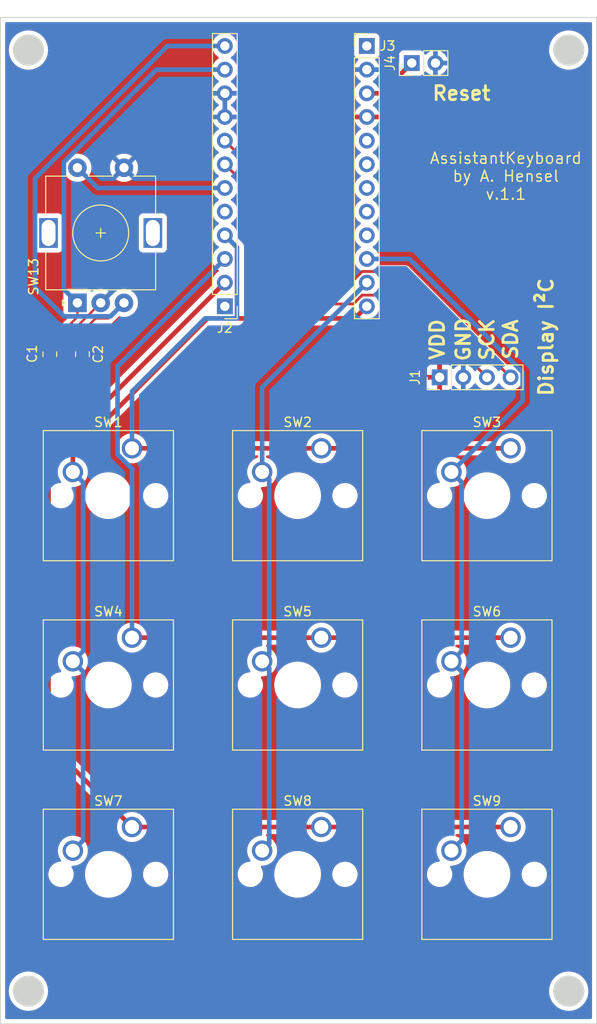
<source format=kicad_pcb>
(kicad_pcb (version 20211014) (generator pcbnew)
  (layers (0 "F.Cu" signal) (31 "B.Cu" signal) (34 "B.Paste" user) (35 "F.Paste" user) (36 "B.SilkS" user "B.Silkscreen") (37 "F.SilkS" user "F.Silkscreen") (38 "B.Mask" user) (39 "F.Mask" user) (44 "Edge.Cuts" user))
  (net 0 "")
  (net 1 "VCC")
  (net 2 "GND")
  (net 3 "SCK")
  (net 4 "SDA")
  (net 6 "D8")
  (net 7 "D7")
  (net 8 "D6")
  (net 10 "D4")
  (net 11 "D0")
  (net 12 "D1")
  (net 14 "Net-(J3-Pad3)")
  (net 20 "D14")
  (net 21 "D16")
  (net 22 "D10")
  (footprint "Button_Switch_Keyboard:SW_Cherry_MX_1.00u_PCB" (layer "F.Cu") (at 91.44 119.38)
    (fp_text reference "SW8" (at -2.54 -2.794) (layer "F.SilkS"))
    (fp_text value "SW_Push")
    (fp_line (start -9.525 12.065) (end -9.525 -1.905) (layer "F.SilkS") (width 0.12))
    (fp_line (start 4.445 -1.905) (end 4.445 12.065) (layer "F.SilkS") (width 0.12))
    (fp_line (start 4.445 12.065) (end -9.525 12.065) (layer "F.SilkS") (width 0.12))
    (fp_line (start -9.525 -1.905) (end 4.445 -1.905) (layer "F.SilkS") (width 0.12))
    (pad "" np_thru_hole circle (at -2.54 5.08) (size 4 4) (drill 4) (layers *.Cu *.Mask))
    (pad "" np_thru_hole circle (at -7.62 5.08) (size 1.7 1.7) (drill 1.7) (layers *.Cu *.Mask))
    (pad "" np_thru_hole circle (at 2.54 5.08) (size 1.7 1.7) (drill 1.7) (layers *.Cu *.Mask))
    (pad "1" thru_hole circle (at 0 0) (size 2.2 2.2) (drill 1.5) (layers *.Cu *.Mask) (net 6 "D8"))
    (pad "2" thru_hole circle (at -6.35 2.54) (size 2.2 2.2) (drill 1.5) (layers *.Cu *.Mask) (net 21 "D16"))
  )
  (footprint "Button_Switch_Keyboard:SW_Cherry_MX_1.00u_PCB" (layer "F.Cu") (at 111.76 119.38)
    (fp_text reference "SW9" (at -2.54 -2.794) (layer "F.SilkS"))
    (fp_text value "SW_Push")
    (fp_line (start 4.445 12.065) (end -9.525 12.065) (layer "F.SilkS") (width 0.12))
    (fp_line (start -9.525 -1.905) (end 4.445 -1.905) (layer "F.SilkS") (width 0.12))
    (fp_line (start -9.525 12.065) (end -9.525 -1.905) (layer "F.SilkS") (width 0.12))
    (fp_line (start 4.445 -1.905) (end 4.445 12.065) (layer "F.SilkS") (width 0.12))
    (pad "" np_thru_hole circle (at -7.62 5.08) (size 1.7 1.7) (drill 1.7) (layers *.Cu *.Mask))
    (pad "" np_thru_hole circle (at -2.54 5.08) (size 4 4) (drill 4) (layers *.Cu *.Mask))
    (pad "" np_thru_hole circle (at 2.54 5.08) (size 1.7 1.7) (drill 1.7) (layers *.Cu *.Mask))
    (pad "1" thru_hole circle (at 0 0) (size 2.2 2.2) (drill 1.5) (layers *.Cu *.Mask) (net 6 "D8"))
    (pad "2" thru_hole circle (at -6.35 2.54) (size 2.2 2.2) (drill 1.5) (layers *.Cu *.Mask) (net 20 "D14"))
  )
  (footprint "Connector_PinHeader_2.54mm:PinHeader_1x12_P2.54mm_Vertical" (layer "F.Cu") (at 96.326 35.56)
    (fp_text reference "J3" (at 2.226 0) (layer "F.SilkS"))
    (fp_text value "Conn_01x12_Male")
    (fp_line (start -1.33 1.27) (end -1.33 29.27) (layer "F.SilkS") (width 0.12))
    (fp_line (start 1.33 1.27) (end 1.33 29.27) (layer "F.SilkS") (width 0.12))
    (fp_line (start -1.33 0) (end -1.33 -1.33) (layer "F.SilkS") (width 0.12))
    (fp_line (start -1.33 29.27) (end 1.33 29.27) (layer "F.SilkS") (width 0.12))
    (fp_line (start -1.33 -1.33) (end 0 -1.33) (layer "F.SilkS") (width 0.12))
    (fp_line (start -1.33 1.27) (end 1.33 1.27) (layer "F.SilkS") (width 0.12))
    (pad "1" thru_hole rect (at 0 0) (size 1.7 1.7) (drill 1) (layers *.Cu *.Mask))
    (pad "2" thru_hole oval (at 0 2.54) (size 1.7 1.7) (drill 1) (layers *.Cu *.Mask) (net 2 "GND"))
    (pad "3" thru_hole oval (at 0 5.08) (size 1.7 1.7) (drill 1) (layers *.Cu *.Mask) (net 14 "Net-(J3-Pad3)"))
    (pad "4" thru_hole oval (at 0 7.62) (size 1.7 1.7) (drill 1) (layers *.Cu *.Mask) (net 1 "VCC"))
    (pad "5" thru_hole oval (at 0 10.16) (size 1.7 1.7) (drill 1) (layers *.Cu *.Mask))
    (pad "6" thru_hole oval (at 0 12.7) (size 1.7 1.7) (drill 1) (layers *.Cu *.Mask))
    (pad "7" thru_hole oval (at 0 15.24) (size 1.7 1.7) (drill 1) (layers *.Cu *.Mask))
    (pad "8" thru_hole oval (at 0 17.78) (size 1.7 1.7) (drill 1) (layers *.Cu *.Mask))
    (pad "9" thru_hole oval (at 0 20.32) (size 1.7 1.7) (drill 1) (layers *.Cu *.Mask))
    (pad "10" thru_hole oval (at 0 22.86) (size 1.7 1.7) (drill 1) (layers *.Cu *.Mask) (net 20 "D14"))
    (pad "11" thru_hole oval (at 0 25.4) (size 1.7 1.7) (drill 1) (layers *.Cu *.Mask) (net 21 "D16"))
    (pad "12" thru_hole oval (at 0 27.94) (size 1.7 1.7) (drill 1) (layers *.Cu *.Mask) (net 22 "D10"))
  )
  (footprint "Button_Switch_Keyboard:SW_Cherry_MX_1.00u_PCB" (layer "F.Cu") (at 91.44 78.74)
    (fp_text reference "SW2" (at -2.54 -2.794) (layer "F.SilkS"))
    (fp_text value "SW_Push")
    (fp_line (start -9.525 -1.905) (end 4.445 -1.905) (layer "F.SilkS") (width 0.12))
    (fp_line (start 4.445 12.065) (end -9.525 12.065) (layer "F.SilkS") (width 0.12))
    (fp_line (start 4.445 -1.905) (end 4.445 12.065) (layer "F.SilkS") (width 0.12))
    (fp_line (start -9.525 12.065) (end -9.525 -1.905) (layer "F.SilkS") (width 0.12))
    (pad "" np_thru_hole circle (at -2.54 5.08) (size 4 4) (drill 4) (layers *.Cu *.Mask))
    (pad "" np_thru_hole circle (at -7.62 5.08) (size 1.7 1.7) (drill 1.7) (layers *.Cu *.Mask))
    (pad "" np_thru_hole circle (at 2.54 5.08) (size 1.7 1.7) (drill 1.7) (layers *.Cu *.Mask))
    (pad "1" thru_hole circle (at 0 0) (size 2.2 2.2) (drill 1.5) (layers *.Cu *.Mask) (net 8 "D6"))
    (pad "2" thru_hole circle (at -6.35 2.54) (size 2.2 2.2) (drill 1.5) (layers *.Cu *.Mask) (net 21 "D16"))
  )
  (footprint "Button_Switch_Keyboard:SW_Cherry_MX_1.00u_PCB" (layer "F.Cu") (at 71.12 119.38)
    (fp_text reference "SW7" (at -2.54 -2.794) (layer "F.SilkS"))
    (fp_text value "SW_Push")
    (fp_line (start 4.445 -1.905) (end 4.445 12.065) (layer "F.SilkS") (width 0.12))
    (fp_line (start 4.445 12.065) (end -9.525 12.065) (layer "F.SilkS") (width 0.12))
    (fp_line (start -9.525 12.065) (end -9.525 -1.905) (layer "F.SilkS") (width 0.12))
    (fp_line (start -9.525 -1.905) (end 4.445 -1.905) (layer "F.SilkS") (width 0.12))
    (pad "" np_thru_hole circle (at -7.62 5.08) (size 1.7 1.7) (drill 1.7) (layers *.Cu *.Mask))
    (pad "" np_thru_hole circle (at 2.54 5.08) (size 1.7 1.7) (drill 1.7) (layers *.Cu *.Mask))
    (pad "" np_thru_hole circle (at -2.54 5.08) (size 4 4) (drill 4) (layers *.Cu *.Mask))
    (pad "1" thru_hole circle (at 0 0) (size 2.2 2.2) (drill 1.5) (layers *.Cu *.Mask) (net 6 "D8"))
    (pad "2" thru_hole circle (at -6.35 2.54) (size 2.2 2.2) (drill 1.5) (layers *.Cu *.Mask) (net 22 "D10"))
  )
  (footprint "Button_Switch_Keyboard:SW_Cherry_MX_1.00u_PCB" (layer "F.Cu") (at 71.12 99.06)
    (fp_text reference "SW4" (at -2.54 -2.794) (layer "F.SilkS"))
    (fp_text value "SW_Push")
    (fp_line (start -9.525 -1.905) (end 4.445 -1.905) (layer "F.SilkS") (width 0.12))
    (fp_line (start 4.445 12.065) (end -9.525 12.065) (layer "F.SilkS") (width 0.12))
    (fp_line (start -9.525 12.065) (end -9.525 -1.905) (layer "F.SilkS") (width 0.12))
    (fp_line (start 4.445 -1.905) (end 4.445 12.065) (layer "F.SilkS") (width 0.12))
    (pad "" np_thru_hole circle (at -7.62 5.08) (size 1.7 1.7) (drill 1.7) (layers *.Cu *.Mask))
    (pad "" np_thru_hole circle (at 2.54 5.08) (size 1.7 1.7) (drill 1.7) (layers *.Cu *.Mask))
    (pad "" np_thru_hole circle (at -2.54 5.08) (size 4 4) (drill 4) (layers *.Cu *.Mask))
    (pad "1" thru_hole circle (at 0 0) (size 2.2 2.2) (drill 1.5) (layers *.Cu *.Mask) (net 7 "D7"))
    (pad "2" thru_hole circle (at -6.35 2.54) (size 2.2 2.2) (drill 1.5) (layers *.Cu *.Mask) (net 22 "D10"))
  )
  (footprint "Rotary_Encoder:RotaryEncoder_Alps_EC11E-Switch_Vertical_H20mm" (layer "F.Cu") (at 65.259466 63.13 90)
    (fp_text reference "SW13" (at 2.8 -4.7 90) (layer "F.SilkS"))
    (fp_text value "RotaryEncoder_Switch")
    (fp_line (start 13.6 6) (end 13.6 8.4) (layer "F.SilkS") (width 0.12))
    (fp_line (start 1.4 -3.4) (end 1.4 8.4) (layer "F.SilkS") (width 0.12))
    (fp_line (start 7 2.5) (end 8 2.5) (layer "F.SilkS") (width 0.12))
    (fp_line (start 5.5 -3.4) (end 1.4 -3.4) (layer "F.SilkS") (width 0.12))
    (fp_line (start 0 -1.3) (end -0.3 -1.6) (layer "F.SilkS") (width 0.12))
    (fp_line (start 13.6 8.4) (end 9.5 8.4) (layer "F.SilkS") (width 0.12))
    (fp_line (start 13.6 1.2) (end 13.6 3.8) (layer "F.SilkS") (width 0.12))
    (fp_line (start -0.3 -1.6) (end 0.3 -1.6) (layer "F.SilkS") (width 0.12))
    (fp_line (start 5.5 8.4) (end 1.4 8.4) (layer "F.SilkS") (width 0.12))
    (fp_line (start 7.5 2) (end 7.5 3) (layer "F.SilkS") (width 0.12))
    (fp_line (start 13.6 -3.4) (end 13.6 -1) (layer "F.SilkS") (width 0.12))
    (fp_line (start 0.3 -1.6) (end 0 -1.3) (layer "F.SilkS") (width 0.12))
    (fp_line (start 9.5 -3.4) (end 13.6 -3.4) (layer "F.SilkS") (width 0.12))
    (fp_circle (center 7.5 2.5) (end 10.5 2.5) (layer "F.SilkS") (width 0.12) (fill none))
    (pad "A" thru_hole rect (at 0 0 90) (size 2 2) (drill 1) (layers *.Cu *.Mask) (net 11 "D0"))
    (pad "B" thru_hole circle (at 0 5 90) (size 2 2) (drill 1) (layers *.Cu *.Mask) (net 12 "D1"))
    (pad "C" thru_hole circle (at 0 2.5 90) (size 2 2) (drill 1) (layers *.Cu *.Mask) (net 2 "GND"))
    (pad "MP" thru_hole rect (at 7.5 -3.1 90) (size 3.2 2) (drill oval 2.8 1.5) (layers *.Cu *.Mask))
    (pad "MP" thru_hole rect (at 7.5 8.1 90) (size 3.2 2) (drill oval 2.8 1.5) (layers *.Cu *.Mask))
    (pad "S1" thru_hole circle (at 14.5 5 90) (size 2 2) (drill 1) (layers *.Cu *.Mask) (net 2 "GND"))
    (pad "S2" thru_hole circle (at 14.5 0 90) (size 2 2) (drill 1) (layers *.Cu *.Mask) (net 10 "D4"))
  )
  (footprint "Connector_PinHeader_2.54mm:PinHeader_1x04_P2.54mm_Vertical" (layer "F.Cu") (at 104.14 71.12 90)
    (fp_text reference "J1" (at 0 -2.64 90) (layer "F.SilkS"))
    (fp_text value "Conn_01x04_Male")
    (fp_line (start -1.33 -1.33) (end 0 -1.33) (layer "F.SilkS") (width 0.12))
    (fp_line (start -1.33 1.27) (end 1.33 1.27) (layer "F.SilkS") (width 0.12))
    (fp_line (start -1.33 0) (end -1.33 -1.33) (layer "F.SilkS") (width 0.12))
    (fp_line (start 1.33 1.27) (end 1.33 8.95) (layer "F.SilkS") (width 0.12))
    (fp_line (start -1.33 1.27) (end -1.33 8.95) (layer "F.SilkS") (width 0.12))
    (fp_line (start -1.33 8.95) (end 1.33 8.95) (layer "F.SilkS") (width 0.12))
    (pad "1" thru_hole rect (at 0 0 90) (size 1.7 1.7) (drill 1) (layers *.Cu *.Mask) (net 1 "VCC"))
    (pad "2" thru_hole oval (at 0 2.54 90) (size 1.7 1.7) (drill 1) (layers *.Cu *.Mask) (net 2 "GND"))
    (pad "3" thru_hole oval (at 0 5.08 90) (size 1.7 1.7) (drill 1) (layers *.Cu *.Mask) (net 3 "SCK"))
    (pad "4" thru_hole oval (at 0 7.62 90) (size 1.7 1.7) (drill 1) (layers *.Cu *.Mask) (net 4 "SDA"))
  )
  (footprint "Capacitor_SMD:C_0805_2012Metric_Pad1.18x1.45mm_HandSolder" (layer "F.Cu") (at 62.3 68.6375 -90)
    (fp_text reference "C1" (at -0.0375 1.9 90) (layer "F.SilkS"))
    (fp_text value "10nF")
    (fp_line (start -0.261252 0.735) (end 0.261252 0.735) (layer "F.SilkS") (width 0.12))
    (fp_line (start -0.261252 -0.735) (end 0.261252 -0.735) (layer "F.SilkS") (width 0.12))
    (pad "1" smd roundrect (at -1.0375 0 270) (size 1.175 1.45) (layers "F.Cu" "F.Paste" "F.Mask") (roundrect_rratio 0.212766) (net 11 "D0"))
    (pad "2" smd roundrect (at 1.0375 0 270) (size 1.175 1.45) (layers "F.Cu" "F.Paste" "F.Mask") (roundrect_rratio 0.212766) (net 2 "GND"))
  )
  (footprint "Button_Switch_Keyboard:SW_Cherry_MX_1.00u_PCB" (layer "F.Cu") (at 111.76 99.06)
    (fp_text reference "SW6" (at -2.54 -2.794) (layer "F.SilkS"))
    (fp_text value "SW_Push")
    (fp_line (start -9.525 12.065) (end -9.525 -1.905) (layer "F.SilkS") (width 0.12))
    (fp_line (start 4.445 -1.905) (end 4.445 12.065) (layer "F.SilkS") (width 0.12))
    (fp_line (start 4.445 12.065) (end -9.525 12.065) (layer "F.SilkS") (width 0.12))
    (fp_line (start -9.525 -1.905) (end 4.445 -1.905) (layer "F.SilkS") (width 0.12))
    (pad "" np_thru_hole circle (at -2.54 5.08) (size 4 4) (drill 4) (layers *.Cu *.Mask))
    (pad "" np_thru_hole circle (at -7.62 5.08) (size 1.7 1.7) (drill 1.7) (layers *.Cu *.Mask))
    (pad "" np_thru_hole circle (at 2.54 5.08) (size 1.7 1.7) (drill 1.7) (layers *.Cu *.Mask))
    (pad "1" thru_hole circle (at 0 0) (size 2.2 2.2) (drill 1.5) (layers *.Cu *.Mask) (net 7 "D7"))
    (pad "2" thru_hole circle (at -6.35 2.54) (size 2.2 2.2) (drill 1.5) (layers *.Cu *.Mask) (net 20 "D14"))
  )
  (footprint "Button_Switch_Keyboard:SW_Cherry_MX_1.00u_PCB" (layer "F.Cu") (at 111.76 78.74)
    (fp_text reference "SW3" (at -2.54 -2.794) (layer "F.SilkS"))
    (fp_text value "SW_Push")
    (fp_line (start -9.525 -1.905) (end 4.445 -1.905) (layer "F.SilkS") (width 0.12))
    (fp_line (start 4.445 -1.905) (end 4.445 12.065) (layer "F.SilkS") (width 0.12))
    (fp_line (start -9.525 12.065) (end -9.525 -1.905) (layer "F.SilkS") (width 0.12))
    (fp_line (start 4.445 12.065) (end -9.525 12.065) (layer "F.SilkS") (width 0.12))
    (pad "" np_thru_hole circle (at 2.54 5.08) (size 1.7 1.7) (drill 1.7) (layers *.Cu *.Mask))
    (pad "" np_thru_hole circle (at -7.62 5.08) (size 1.7 1.7) (drill 1.7) (layers *.Cu *.Mask))
    (pad "" np_thru_hole circle (at -2.54 5.08) (size 4 4) (drill 4) (layers *.Cu *.Mask))
    (pad "1" thru_hole circle (at 0 0) (size 2.2 2.2) (drill 1.5) (layers *.Cu *.Mask) (net 8 "D6"))
    (pad "2" thru_hole circle (at -6.35 2.54) (size 2.2 2.2) (drill 1.5) (layers *.Cu *.Mask) (net 20 "D14"))
  )
  (footprint "Connector_PinHeader_2.54mm:PinHeader_1x12_P2.54mm_Vertical" (layer "F.Cu") (at 81.086 63.5 180)
    (fp_text reference "J2" (at 0 -2.33) (layer "F.SilkS"))
    (fp_text value "Conn_01x12_Male")
    (fp_line (start -1.33 1.27) (end -1.33 29.27) (layer "F.SilkS") (width 0.12))
    (fp_line (start -1.33 0) (end -1.33 -1.33) (layer "F.SilkS") (width 0.12))
    (fp_line (start -1.33 1.27) (end 1.33 1.27) (layer "F.SilkS") (width 0.12))
    (fp_line (start -1.33 29.27) (end 1.33 29.27) (layer "F.SilkS") (width 0.12))
    (fp_line (start -1.33 -1.33) (end 0 -1.33) (layer "F.SilkS") (width 0.12))
    (fp_line (start 1.33 1.27) (end 1.33 29.27) (layer "F.SilkS") (width 0.12))
    (pad "1" thru_hole rect (at 0 0 180) (size 1.7 1.7) (drill 1) (layers *.Cu *.Mask))
    (pad "2" thru_hole oval (at 0 2.54 180) (size 1.7 1.7) (drill 1) (layers *.Cu *.Mask) (net 6 "D8"))
    (pad "3" thru_hole oval (at 0 5.08 180) (size 1.7 1.7) (drill 1) (layers *.Cu *.Mask) (net 7 "D7"))
    (pad "4" thru_hole oval (at 0 7.62 180) (size 1.7 1.7) (drill 1) (layers *.Cu *.Mask) (net 8 "D6"))
    (pad "5" thru_hole oval (at 0 10.16 180) (size 1.7 1.7) (drill 1) (layers *.Cu *.Mask))
    (pad "6" thru_hole oval (at 0 12.7 180) (size 1.7 1.7) (drill 1) (layers *.Cu *.Mask) (net 10 "D4"))
    (pad "7" thru_hole oval (at 0 15.24 180) (size 1.7 1.7) (drill 1) (layers *.Cu *.Mask) (net 3 "SCK"))
    (pad "8" thru_hole oval (at 0 17.78 180) (size 1.7 1.7) (drill 1) (layers *.Cu *.Mask) (net 4 "SDA"))
    (pad "9" thru_hole oval (at 0 20.32 180) (size 1.7 1.7) (drill 1) (layers *.Cu *.Mask) (net 2 "GND"))
    (pad "10" thru_hole oval (at 0 22.86 180) (size 1.7 1.7) (drill 1) (layers *.Cu *.Mask) (net 2 "GND"))
    (pad "11" thru_hole oval (at 0 25.4 180) (size 1.7 1.7) (drill 1) (layers *.Cu *.Mask) (net 11 "D0"))
    (pad "12" thru_hole oval (at 0 27.94 180) (size 1.7 1.7) (drill 1) (layers *.Cu *.Mask) (net 12 "D1"))
  )
  (footprint "Button_Switch_Keyboard:SW_Cherry_MX_1.00u_PCB" (layer "F.Cu") (at 91.44 99.06)
    (fp_text reference "SW5" (at -2.54 -2.794) (layer "F.SilkS"))
    (fp_text value "SW_Push")
    (fp_line (start 4.445 -1.905) (end 4.445 12.065) (layer "F.SilkS") (width 0.12))
    (fp_line (start -9.525 12.065) (end -9.525 -1.905) (layer "F.SilkS") (width 0.12))
    (fp_line (start -9.525 -1.905) (end 4.445 -1.905) (layer "F.SilkS") (width 0.12))
    (fp_line (start 4.445 12.065) (end -9.525 12.065) (layer "F.SilkS") (width 0.12))
    (pad "" np_thru_hole circle (at 2.54 5.08) (size 1.7 1.7) (drill 1.7) (layers *.Cu *.Mask))
    (pad "" np_thru_hole circle (at -7.62 5.08) (size 1.7 1.7) (drill 1.7) (layers *.Cu *.Mask))
    (pad "" np_thru_hole circle (at -2.54 5.08) (size 4 4) (drill 4) (layers *.Cu *.Mask))
    (pad "1" thru_hole circle (at 0 0) (size 2.2 2.2) (drill 1.5) (layers *.Cu *.Mask) (net 7 "D7"))
    (pad "2" thru_hole circle (at -6.35 2.54) (size 2.2 2.2) (drill 1.5) (layers *.Cu *.Mask) (net 21 "D16"))
  )
  (footprint "Button_Switch_Keyboard:SW_Cherry_MX_1.00u_PCB" (layer "F.Cu") (at 71.12 78.74)
    (fp_text reference "SW1" (at -2.54 -2.794) (layer "F.SilkS"))
    (fp_text value "SW_Push")
    (fp_line (start 4.445 -1.905) (end 4.445 12.065) (layer "F.SilkS") (width 0.12))
    (fp_line (start 4.445 12.065) (end -9.525 12.065) (layer "F.SilkS") (width 0.12))
    (fp_line (start -9.525 12.065) (end -9.525 -1.905) (layer "F.SilkS") (width 0.12))
    (fp_line (start -9.525 -1.905) (end 4.445 -1.905) (layer "F.SilkS") (width 0.12))
    (pad "" np_thru_hole circle (at -7.62 5.08) (size 1.7 1.7) (drill 1.7) (layers *.Cu *.Mask))
    (pad "" np_thru_hole circle (at -2.54 5.08) (size 4 4) (drill 4) (layers *.Cu *.Mask))
    (pad "" np_thru_hole circle (at 2.54 5.08) (size 1.7 1.7) (drill 1.7) (layers *.Cu *.Mask))
    (pad "1" thru_hole circle (at 0 0) (size 2.2 2.2) (drill 1.5) (layers *.Cu *.Mask) (net 8 "D6"))
    (pad "2" thru_hole circle (at -6.35 2.54) (size 2.2 2.2) (drill 1.5) (layers *.Cu *.Mask) (net 22 "D10"))
  )
  (footprint "Connector_PinHeader_2.54mm:PinHeader_1x02_P2.54mm_Vertical" (layer "F.Cu") (at 101.152 37.395 90)
    (fp_text reference "J4" (at 0 -2.33 90) (layer "F.SilkS"))
    (fp_text value "Conn_01x02_Male")
    (fp_line (start -1.33 1.27) (end -1.33 3.87) (layer "F.SilkS") (width 0.12))
    (fp_line (start -1.33 1.27) (end 1.33 1.27) (layer "F.SilkS") (width 0.12))
    (fp_line (start -1.33 3.87) (end 1.33 3.87) (layer "F.SilkS") (width 0.12))
    (fp_line (start -1.33 -1.33) (end 0 -1.33) (layer "F.SilkS") (width 0.12))
    (fp_line (start -1.33 0) (end -1.33 -1.33) (layer "F.SilkS") (width 0.12))
    (fp_line (start 1.33 1.27) (end 1.33 3.87) (layer "F.SilkS") (width 0.12))
    (pad "1" thru_hole rect (at 0 0 90) (size 1.7 1.7) (drill 1) (layers *.Cu *.Mask) (net 14 "Net-(J3-Pad3)"))
    (pad "2" thru_hole oval (at 0 2.54 90) (size 1.7 1.7) (drill 1) (layers *.Cu *.Mask) (net 2 "GND"))
  )
  (footprint "Capacitor_SMD:C_0805_2012Metric_Pad1.18x1.45mm_HandSolder" (layer "F.Cu") (at 65.8 68.6375 -90)
    (fp_text reference "C2" (at 0 -1.68 90) (layer "F.SilkS"))
    (fp_text value "10nF")
    (fp_line (start -0.261252 0.735) (end 0.261252 0.735) (layer "F.SilkS") (width 0.12))
    (fp_line (start -0.261252 -0.735) (end 0.261252 -0.735) (layer "F.SilkS") (width 0.12))
    (pad "1" smd roundrect (at -1.0375 0 270) (size 1.175 1.45) (layers "F.Cu" "F.Paste" "F.Mask") (roundrect_rratio 0.212766) (net 12 "D1"))
    (pad "2" smd roundrect (at 1.0375 0 270) (size 1.175 1.45) (layers "F.Cu" "F.Paste" "F.Mask") (roundrect_rratio 0.212766) (net 2 "GND"))
  )
  (gr_rect (start 57 32.5) (end 121 140.5) (layer "Edge.Cuts") (width 0.1) (fill none))
  (gr_circle (center 60 137) (end 61.6 137) (layer "Edge.Cuts") (width 0.15) (fill solid))
  (gr_circle (center 118 36) (end 119.6 36) (layer "Edge.Cuts") (width 0.15) (fill solid))
  (gr_circle (center 60 36) (end 61.6 36) (layer "Edge.Cuts") (width 0.15) (fill solid))
  (gr_circle (center 118 137) (end 119.6 137) (layer "Edge.Cuts") (width 0.15) (fill solid))
  (gr_text "Reset" (at 106.486 40.64) (layer "F.SilkS") (effects (font (size 1.5 1.5) (thickness 0.3))))
  (gr_text "SCK" (at 109.22 67.056 90) (layer "F.SilkS") (effects (font (size 1.5 1.5) (thickness 0.3))))
  (gr_text "AssistantKeyboard\nby A. Hensel\nv.1.1" (at 111.252 49.53) (layer "F.SilkS") (effects (font (size 1.2 1.2))))
  (gr_text "Display I²C" (at 115.57 66.802 90) (layer "F.SilkS") (effects (font (size 1.5 1.5) (thickness 0.3))))
  (gr_text "VDD" (at 103.886 67.056 90) (layer "F.SilkS") (effects (font (size 1.5 1.5) (thickness 0.3))))
  (gr_text "SDA" (at 111.76 67.056 90) (layer "F.SilkS") (effects (font (size 1.5 1.5) (thickness 0.3))))
  (gr_text "GND" (at 106.68 67.056 90) (layer "F.SilkS") (effects (font (size 1.5 1.5) (thickness 0.3))))
  (segment (start 64.175 66.714466) (end 67.759466 63.13) (width 0.25) (layer "F.Cu") (net 2))
  (segment (start 62.3 69.675) (end 64.175 69.675) (width 0.25) (layer "F.Cu") (net 2))
  (segment (start 64.175 69.675) (end 65.8 69.675) (width 0.25) (layer "F.Cu") (net 2))
  (segment (start 64.175 69.675) (end 64.175 66.714466) (width 0.25) (layer "F.Cu") (net 2))
  (segment (start 109.22 71.12) (end 100.400489 62.300489) (width 0.3) (layer "F.Cu") (net 3))
  (segment (start 95.829145 62.300489) (end 94.883634 63.246) (width 0.3) (layer "F.Cu") (net 3))
  (segment (start 100.400489 62.300489) (end 95.829145 62.300489) (width 0.3) (layer "F.Cu") (net 3))
  (segment (start 84.328 63.246) (end 83.566 62.484) (width 0.3) (layer "F.Cu") (net 3))
  (segment (start 94.883634 63.246) (end 84.328 63.246) (width 0.3) (layer "F.Cu") (net 3))
  (segment (start 83.566 62.484) (end 83.566 50.74) (width 0.3) (layer "F.Cu") (net 3))
  (segment (start 83.566 50.74) (end 81.086 48.26) (width 0.3) (layer "F.Cu") (net 3))
  (segment (start 111.76 71.12) (end 100.400489 59.760489) (width 0.3) (layer "F.Cu") (net 4))
  (segment (start 84.358 48.992) (end 81.086 45.72) (width 0.3) (layer "F.Cu") (net 4))
  (segment (start 85.09 62.23) (end 84.358 61.498) (width 0.3) (layer "F.Cu") (net 4))
  (segment (start 100.400489 59.760489) (end 95.829145 59.760489) (width 0.3) (layer "F.Cu") (net 4))
  (segment (start 84.358 61.498) (end 84.358 48.992) (width 0.3) (layer "F.Cu") (net 4))
  (segment (start 93.359634 62.23) (end 85.09 62.23) (width 0.3) (layer "F.Cu") (net 4))
  (segment (start 95.829145 59.760489) (end 93.359634 62.23) (width 0.3) (layer "F.Cu") (net 4))
  (segment (start 71.12 119.38) (end 111.76 119.38) (width 0.5) (layer "F.Cu") (net 6))
  (segment (start 71.12 119.38) (end 62.150479 110.410479) (width 0.5) (layer "F.Cu") (net 6))
  (segment (start 62.150479 79.895521) (end 81.086 60.96) (width 0.5) (layer "F.Cu") (net 6))
  (segment (start 62.150479 110.410479) (end 62.150479 79.895521) (width 0.5) (layer "F.Cu") (net 6))
  (segment (start 71.12 99.06) (end 111.76 99.06) (width 0.5) (layer "F.Cu") (net 7))
  (segment (start 69.570489 69.935511) (end 81.086 58.42) (width 0.5) (layer "B.Cu") (net 7))
  (segment (start 71.12 99.06) (end 71.12 80.931341) (width 0.5) (layer "B.Cu") (net 7))
  (segment (start 71.12 80.931341) (end 69.570489 79.38183) (width 0.5) (layer "B.Cu") (net 7))
  (segment (start 69.570489 79.38183) (end 69.570489 69.935511) (width 0.5) (layer "B.Cu") (net 7))
  (segment (start 71.12 78.74) (end 111.76 78.74) (width 0.5) (layer "F.Cu") (net 8))
  (segment (start 82.385511 64.799511) (end 82.385511 57.179511) (width 0.5) (layer "B.Cu") (net 8))
  (segment (start 78.964489 64.799511) (end 82.385511 64.799511) (width 0.5) (layer "B.Cu") (net 8))
  (segment (start 71.12 72.644) (end 78.964489 64.799511) (width 0.5) (layer "B.Cu") (net 8))
  (segment (start 71.12 78.74) (end 71.12 72.644) (width 0.5) (layer "B.Cu") (net 8))
  (segment (start 82.385511 57.179511) (end 81.086 55.88) (width 0.5) (layer "B.Cu") (net 8))
  (segment (start 65.259466 48.63) (end 67.429466 50.8) (width 0.5) (layer "B.Cu") (net 10))
  (segment (start 67.429466 50.8) (end 81.086 50.8) (width 0.5) (layer "B.Cu") (net 10))
  (segment (start 65.259466 64.640534) (end 65.259466 63.13) (width 0.25) (layer "F.Cu") (net 11))
  (segment (start 62.3 67.6) (end 65.259466 64.640534) (width 0.25) (layer "F.Cu") (net 11))
  (segment (start 63.809955 48.029592) (end 73.739547 38.1) (width 0.5) (layer "B.Cu") (net 11))
  (segment (start 73.739547 38.1) (end 81.086 38.1) (width 0.5) (layer "B.Cu") (net 11))
  (segment (start 65.259466 63.13) (end 63.809955 61.680489) (width 0.5) (layer "B.Cu") (net 11))
  (segment (start 63.809955 61.680489) (end 63.809955 48.029592) (width 0.5) (layer "B.Cu") (net 11))
  (segment (start 65.8 66.2) (end 67.2 64.8) (width 0.25) (layer "F.Cu") (net 12))
  (segment (start 67.2 64.8) (end 68.589466 64.8) (width 0.25) (layer "F.Cu") (net 12))
  (segment (start 68.589466 64.8) (end 70.259466 63.13) (width 0.25) (layer "F.Cu") (net 12))
  (segment (start 65.8 67.6) (end 65.8 66.2) (width 0.25) (layer "F.Cu") (net 12))
  (segment (start 74.93 35.56) (end 81.086 35.56) (width 0.5) (layer "B.Cu") (net 12))
  (segment (start 60.709955 49.780045) (end 74.93 35.56) (width 0.5) (layer "B.Cu") (net 12))
  (segment (start 60.709955 61.471955) (end 60.709955 49.780045) (width 0.5) (layer "B.Cu") (net 12))
  (segment (start 70.259466 63.13) (end 68.809955 64.579511) (width 0.5) (layer "B.Cu") (net 12))
  (segment (start 68.809955 64.579511) (end 63.817511 64.579511) (width 0.5) (layer "B.Cu") (net 12))
  (segment (start 63.817511 64.579511) (end 60.709955 61.471955) (width 0.5) (layer "B.Cu") (net 12))
  (segment (start 97.907 40.64) (end 101.152 37.395) (width 0.5) (layer "F.Cu") (net 14))
  (segment (start 96.326 40.64) (end 97.907 40.64) (width 0.5) (layer "F.Cu") (net 14))
  (segment (start 113.059511 73.630489) (end 113.059511 70.581724) (width 0.5) (layer "B.Cu") (net 20))
  (segment (start 100.897787 58.42) (end 96.326 58.42) (width 0.5) (layer "B.Cu") (net 20))
  (segment (start 105.41 81.28) (end 113.059511 73.630489) (width 0.5) (layer "B.Cu") (net 20))
  (segment (start 106.509999 82.379999) (end 106.509999 100.500001) (width 0.5) (layer "B.Cu") (net 20))
  (segment (start 105.41 81.28) (end 106.509999 82.379999) (width 0.5) (layer "B.Cu") (net 20))
  (segment (start 106.509999 100.500001) (end 105.41 101.6) (width 0.5) (layer "B.Cu") (net 20))
  (segment (start 106.509999 102.699999) (end 106.509999 120.820001) (width 0.5) (layer "B.Cu") (net 20))
  (segment (start 106.509999 120.820001) (end 105.41 121.92) (width 0.5) (layer "B.Cu") (net 20))
  (segment (start 105.41 101.6) (end 106.509999 102.699999) (width 0.5) (layer "B.Cu") (net 20))
  (segment (start 113.059511 70.581724) (end 100.897787 58.42) (width 0.5) (layer "B.Cu") (net 20))
  (segment (start 85.09 81.28) (end 85.09 72.196) (width 0.5) (layer "B.Cu") (net 21))
  (segment (start 85.09 72.196) (end 96.326 60.96) (width 0.5) (layer "B.Cu") (net 21))
  (segment (start 85.09 101.6) (end 85.852 102.362) (width 0.5) (layer "B.Cu") (net 21))
  (segment (start 85.852 100.838) (end 85.09 101.6) (width 0.5) (layer "B.Cu") (net 21))
  (segment (start 85.852 82.042) (end 85.852 100.838) (width 0.5) (layer "B.Cu") (net 21))
  (segment (start 85.852 121.158) (end 85.09 121.92) (width 0.5) (layer "B.Cu") (net 21))
  (segment (start 85.852 102.362) (end 85.852 121.158) (width 0.5) (layer "B.Cu") (net 21))
  (segment (start 85.09 81.28) (end 85.852 82.042) (width 0.5) (layer "B.Cu") (net 21))
  (segment (start 96.326 63.5) (end 95.026489 64.799511) (width 0.5) (layer "F.Cu") (net 22))
  (segment (start 95.026489 64.799511) (end 79.218489 64.799511) (width 0.5) (layer "F.Cu") (net 22))
  (segment (start 79.218489 64.799511) (end 64.77 79.248) (width 0.5) (layer "F.Cu") (net 22))
  (segment (start 64.77 79.248) (end 64.77 81.28) (width 0.5) (layer "F.Cu") (net 22))
  (segment (start 64.77 121.92) (end 65.869999 120.820001) (width 0.5) (layer "B.Cu") (net 22))
  (segment (start 65.869999 102.699999) (end 64.77 101.6) (width 0.5) (layer "B.Cu") (net 22))
  (segment (start 64.77 81.28) (end 65.869999 82.379999) (width 0.5) (layer "B.Cu") (net 22))
  (segment (start 65.869999 120.820001) (end 65.869999 102.699999) (width 0.5) (layer "B.Cu") (net 22))
  (segment (start 65.869999 100.500001) (end 64.77 101.6) (width 0.5) (layer "B.Cu") (net 22))
  (segment (start 65.869999 82.379999) (end 65.869999 100.500001) (width 0.5) (layer "B.Cu") (net 22))
  (zone (net 1) (net_name "VCC") (layer "F.Cu") (connect_pads (clearance 0.508)) (min_thickness 0.254) (fill yes (thermal_gap 0.508) (thermal_bridge_width 0.508))
    (polygon (pts (xy 121 140.5) (xy 57 140.5) (xy 57 32.5) (xy 121 32.5)))
  )
  (zone (net 2) (net_name "GND") (layer "B.Cu") (connect_pads (clearance 0.508)) (min_thickness 0.254) (fill yes (thermal_gap 0.508) (thermal_bridge_width 0.508))
    (polygon (pts (xy 121 140.5) (xy 57 140.5) (xy 57 32.5) (xy 121 32.5)))
  )
)
</source>
